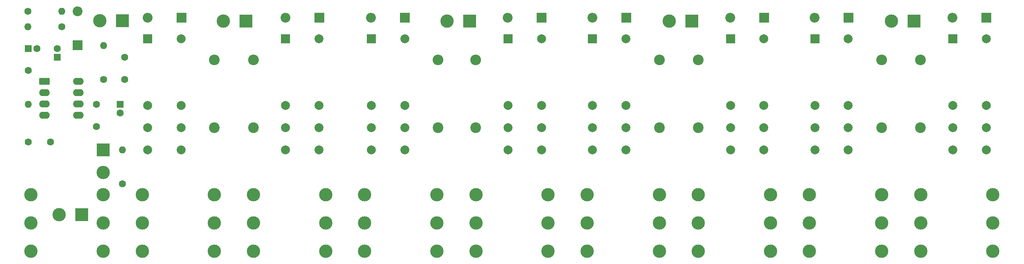
<source format=gbs>
%TF.GenerationSoftware,KiCad,Pcbnew,9.0.0+dfsg-1*%
%TF.CreationDate,2025-03-17T16:09:00+01:00*%
%TF.ProjectId,relays-array-8,72656c61-7973-42d6-9172-7261792d382e,1.0*%
%TF.SameCoordinates,Original*%
%TF.FileFunction,Soldermask,Bot*%
%TF.FilePolarity,Negative*%
%FSLAX46Y46*%
G04 Gerber Fmt 4.6, Leading zero omitted, Abs format (unit mm)*
G04 Created by KiCad (PCBNEW 9.0.0+dfsg-1) date 2025-03-17 16:09:00*
%MOMM*%
%LPD*%
G01*
G04 APERTURE LIST*
G04 Aperture macros list*
%AMRoundRect*
0 Rectangle with rounded corners*
0 $1 Rounding radius*
0 $2 $3 $4 $5 $6 $7 $8 $9 X,Y pos of 4 corners*
0 Add a 4 corners polygon primitive as box body*
4,1,4,$2,$3,$4,$5,$6,$7,$8,$9,$2,$3,0*
0 Add four circle primitives for the rounded corners*
1,1,$1+$1,$2,$3*
1,1,$1+$1,$4,$5*
1,1,$1+$1,$6,$7*
1,1,$1+$1,$8,$9*
0 Add four rect primitives between the rounded corners*
20,1,$1+$1,$2,$3,$4,$5,0*
20,1,$1+$1,$4,$5,$6,$7,0*
20,1,$1+$1,$6,$7,$8,$9,0*
20,1,$1+$1,$8,$9,$2,$3,0*%
G04 Aperture macros list end*
%ADD10C,2.000000*%
%ADD11R,2.000000X2.000000*%
%ADD12C,2.400000*%
%ADD13O,2.400000X2.400000*%
%ADD14R,3.000000X3.000000*%
%ADD15C,3.000000*%
%ADD16R,2.200000X2.200000*%
%ADD17O,2.200000X2.200000*%
%ADD18C,1.600000*%
%ADD19O,1.600000X1.600000*%
%ADD20R,1.600000X1.600000*%
%ADD21RoundRect,0.250000X-0.950000X-0.550000X0.950000X-0.550000X0.950000X0.550000X-0.950000X0.550000X0*%
%ADD22O,2.400000X1.600000*%
G04 APERTURE END LIST*
D10*
%TO.C,K6*%
X196000000Y-95000000D03*
X196000000Y-90000000D03*
X196000000Y-100000000D03*
X203500000Y-95000000D03*
X203500000Y-90000000D03*
X203500000Y-100000000D03*
D11*
X196000000Y-75000000D03*
D10*
X203500000Y-75000000D03*
%TD*%
%TO.C,K3*%
X115270000Y-95000000D03*
X115270000Y-90000000D03*
X115270000Y-100000000D03*
X122770000Y-95000000D03*
X122770000Y-90000000D03*
X122770000Y-100000000D03*
D11*
X115270000Y-75000000D03*
D10*
X122770000Y-75000000D03*
%TD*%
D12*
%TO.C,R3*%
X130270000Y-95000000D03*
D13*
X130270000Y-79760000D03*
%TD*%
D14*
%TO.C,J16*%
X50180000Y-114500000D03*
D15*
X45100000Y-114500000D03*
%TD*%
D10*
%TO.C,K7*%
X215000000Y-95000000D03*
X215000000Y-90000000D03*
X215000000Y-100000000D03*
X222500000Y-95000000D03*
X222500000Y-90000000D03*
X222500000Y-100000000D03*
D11*
X215000000Y-75000000D03*
D10*
X222500000Y-75000000D03*
%TD*%
D15*
%TO.C,J12*%
X255000000Y-116350000D03*
X238770000Y-116350000D03*
X255000000Y-122700000D03*
X238770000Y-122700000D03*
X255000000Y-110000000D03*
X238770000Y-110000000D03*
%TD*%
D12*
%TO.C,R4*%
X138750000Y-95000000D03*
D13*
X138750000Y-79760000D03*
%TD*%
D16*
%TO.C,D2*%
X103560000Y-70250000D03*
D17*
X95940000Y-70250000D03*
%TD*%
D18*
%TO.C,C2*%
X38100000Y-98200000D03*
X43100000Y-98200000D03*
%TD*%
%TO.C,R13*%
X55100000Y-84100000D03*
D19*
X55100000Y-76480000D03*
%TD*%
D16*
%TO.C,D7*%
X222560000Y-70250000D03*
D17*
X214940000Y-70250000D03*
%TD*%
D16*
%TO.C,D6*%
X203560000Y-70250000D03*
D17*
X195940000Y-70250000D03*
%TD*%
D14*
%TO.C,J9*%
X187290000Y-71000000D03*
D15*
X182210000Y-71000000D03*
%TD*%
D20*
%TO.C,C8*%
X58800000Y-89700000D03*
D18*
X58800000Y-91700000D03*
%TD*%
D16*
%TO.C,D3*%
X122830000Y-70250000D03*
D17*
X115210000Y-70250000D03*
%TD*%
D12*
%TO.C,R7*%
X230000000Y-95000000D03*
D13*
X230000000Y-79760000D03*
%TD*%
D10*
%TO.C,K4*%
X146000000Y-95000000D03*
X146000000Y-90000000D03*
X146000000Y-100000000D03*
X153500000Y-95000000D03*
X153500000Y-90000000D03*
X153500000Y-100000000D03*
D11*
X146000000Y-75000000D03*
D10*
X153500000Y-75000000D03*
%TD*%
D16*
%TO.C,D8*%
X253560000Y-70250000D03*
D17*
X245940000Y-70250000D03*
%TD*%
D15*
%TO.C,J4*%
X130000000Y-116350000D03*
X113770000Y-116350000D03*
X130000000Y-122700000D03*
X113770000Y-122700000D03*
X130000000Y-110000000D03*
X113770000Y-110000000D03*
%TD*%
D12*
%TO.C,R5*%
X180000000Y-95000000D03*
D13*
X180000000Y-79760000D03*
%TD*%
D15*
%TO.C,J2*%
X105000000Y-116350000D03*
X88770000Y-116350000D03*
X105000000Y-122700000D03*
X88770000Y-122700000D03*
X105000000Y-110000000D03*
X88770000Y-110000000D03*
%TD*%
D20*
%TO.C,C10*%
X38100000Y-77200000D03*
D18*
X40100000Y-77200000D03*
%TD*%
D16*
%TO.C,D9*%
X49200000Y-76410000D03*
D17*
X49200000Y-68790000D03*
%TD*%
D16*
%TO.C,D4*%
X153560000Y-70250000D03*
D17*
X145940000Y-70250000D03*
%TD*%
D15*
%TO.C,J14*%
X55000000Y-116350000D03*
X38770000Y-116350000D03*
X55000000Y-122700000D03*
X38770000Y-122700000D03*
X55000000Y-110000000D03*
X38770000Y-110000000D03*
%TD*%
D12*
%TO.C,R2*%
X88750000Y-95000000D03*
D13*
X88750000Y-79760000D03*
%TD*%
D15*
%TO.C,J8*%
X205000000Y-116350000D03*
X188770000Y-116350000D03*
X205000000Y-122700000D03*
X188770000Y-122700000D03*
X205000000Y-110000000D03*
X188770000Y-110000000D03*
%TD*%
D10*
%TO.C,K1*%
X65000000Y-95000000D03*
X65000000Y-90000000D03*
X65000000Y-100000000D03*
X72500000Y-95000000D03*
X72500000Y-90000000D03*
X72500000Y-100000000D03*
D11*
X65000000Y-75000000D03*
D10*
X72500000Y-75000000D03*
%TD*%
D16*
%TO.C,D1*%
X72560000Y-70250000D03*
D17*
X64940000Y-70250000D03*
%TD*%
D18*
%TO.C,R16*%
X38100000Y-82080000D03*
D19*
X38100000Y-89700000D03*
%TD*%
D15*
%TO.C,J1*%
X80000000Y-116350000D03*
X63770000Y-116350000D03*
X80000000Y-122700000D03*
X63770000Y-122700000D03*
X80000000Y-110000000D03*
X63770000Y-110000000D03*
%TD*%
D12*
%TO.C,R8*%
X238750000Y-95000000D03*
D13*
X238750000Y-79760000D03*
%TD*%
D16*
%TO.C,D5*%
X172560000Y-70250000D03*
D17*
X164940000Y-70250000D03*
%TD*%
D10*
%TO.C,K2*%
X96000000Y-95000000D03*
X96000000Y-90000000D03*
X96000000Y-100000000D03*
X103500000Y-95000000D03*
X103500000Y-90000000D03*
X103500000Y-100000000D03*
D11*
X96000000Y-75000000D03*
D10*
X103500000Y-75000000D03*
%TD*%
D18*
%TO.C,R9*%
X59300000Y-107600000D03*
D19*
X59300000Y-99980000D03*
%TD*%
D18*
%TO.C,C1*%
X53500000Y-94700000D03*
X53500000Y-89700000D03*
%TD*%
D12*
%TO.C,R1*%
X80000000Y-95000000D03*
D13*
X80000000Y-79760000D03*
%TD*%
D14*
%TO.C,J6*%
X137330000Y-71000000D03*
D15*
X132250000Y-71000000D03*
%TD*%
D18*
%TO.C,R15*%
X38080000Y-68800000D03*
D19*
X45700000Y-68800000D03*
%TD*%
D14*
%TO.C,J3*%
X87040000Y-71000000D03*
D15*
X81960000Y-71000000D03*
%TD*%
D12*
%TO.C,R6*%
X188750000Y-95000000D03*
D13*
X188750000Y-79760000D03*
%TD*%
D21*
%TO.C,U1*%
X41790000Y-84590000D03*
D22*
X41790000Y-87130000D03*
X41790000Y-89670000D03*
X41790000Y-92210000D03*
X49410000Y-92210000D03*
X49410000Y-89670000D03*
X49410000Y-87130000D03*
X49410000Y-84590000D03*
%TD*%
D15*
%TO.C,J7*%
X180000000Y-116350000D03*
X163770000Y-116350000D03*
X180000000Y-122700000D03*
X163770000Y-122700000D03*
X180000000Y-110000000D03*
X163770000Y-110000000D03*
%TD*%
%TO.C,J11*%
X230000000Y-116350000D03*
X213770000Y-116350000D03*
X230000000Y-122700000D03*
X213770000Y-122700000D03*
X230000000Y-110000000D03*
X213770000Y-110000000D03*
%TD*%
D14*
%TO.C,J13*%
X237290000Y-71000000D03*
D15*
X232210000Y-71000000D03*
%TD*%
%TO.C,J5*%
X155000000Y-116350000D03*
X138770000Y-116350000D03*
X155000000Y-122700000D03*
X138770000Y-122700000D03*
X155000000Y-110000000D03*
X138770000Y-110000000D03*
%TD*%
D14*
%TO.C,J15*%
X55000000Y-100000000D03*
D15*
X55000000Y-105080000D03*
%TD*%
D18*
%TO.C,R14*%
X45700000Y-72300000D03*
D19*
X38080000Y-72300000D03*
%TD*%
D10*
%TO.C,K5*%
X165000000Y-95000000D03*
X165000000Y-90000000D03*
X165000000Y-100000000D03*
X172500000Y-95000000D03*
X172500000Y-90000000D03*
X172500000Y-100000000D03*
D11*
X165000000Y-75000000D03*
D10*
X172500000Y-75000000D03*
%TD*%
D20*
%TO.C,C7*%
X44700000Y-79155113D03*
D18*
X44700000Y-77155113D03*
%TD*%
D10*
%TO.C,K8*%
X246000000Y-95000000D03*
X246000000Y-90000000D03*
X246000000Y-100000000D03*
X253500000Y-95000000D03*
X253500000Y-90000000D03*
X253500000Y-100000000D03*
D11*
X246000000Y-75000000D03*
D10*
X253500000Y-75000000D03*
%TD*%
D18*
%TO.C,C3*%
X59800000Y-84100000D03*
X59800000Y-79100000D03*
%TD*%
D14*
%TO.C,J10*%
X59280000Y-70900000D03*
D15*
X54200000Y-70900000D03*
%TD*%
M02*

</source>
